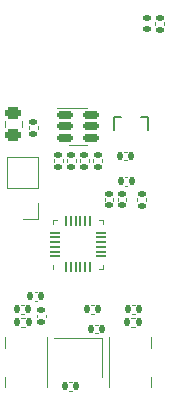
<source format=gto>
G04 #@! TF.GenerationSoftware,KiCad,Pcbnew,(6.99.0-1912-g359c99991b)*
G04 #@! TF.CreationDate,2023-05-12T11:08:48+07:00*
G04 #@! TF.ProjectId,artemisia,61727465-6d69-4736-9961-2e6b69636164,1*
G04 #@! TF.SameCoordinates,Original*
G04 #@! TF.FileFunction,Legend,Top*
G04 #@! TF.FilePolarity,Positive*
%FSLAX46Y46*%
G04 Gerber Fmt 4.6, Leading zero omitted, Abs format (unit mm)*
G04 Created by KiCad (PCBNEW (6.99.0-1912-g359c99991b)) date 2023-05-12 11:08:48*
%MOMM*%
%LPD*%
G01*
G04 APERTURE LIST*
G04 Aperture macros list*
%AMRoundRect*
0 Rectangle with rounded corners*
0 $1 Rounding radius*
0 $2 $3 $4 $5 $6 $7 $8 $9 X,Y pos of 4 corners*
0 Add a 4 corners polygon primitive as box body*
4,1,4,$2,$3,$4,$5,$6,$7,$8,$9,$2,$3,0*
0 Add four circle primitives for the rounded corners*
1,1,$1+$1,$2,$3*
1,1,$1+$1,$4,$5*
1,1,$1+$1,$6,$7*
1,1,$1+$1,$8,$9*
0 Add four rect primitives between the rounded corners*
20,1,$1+$1,$2,$3,$4,$5,0*
20,1,$1+$1,$4,$5,$6,$7,0*
20,1,$1+$1,$6,$7,$8,$9,0*
20,1,$1+$1,$8,$9,$2,$3,0*%
%AMFreePoly0*
4,1,14,0.314644,0.085355,0.385355,0.014644,0.400000,-0.020711,0.400000,-0.050000,0.385355,-0.085355,0.350000,-0.100000,-0.350000,-0.100000,-0.385355,-0.085355,-0.400000,-0.050000,-0.400000,0.050000,-0.385355,0.085355,-0.350000,0.100000,0.279289,0.100000,0.314644,0.085355,0.314644,0.085355,$1*%
%AMFreePoly1*
4,1,15,0.385355,0.085355,0.400000,0.050000,0.400000,0.020711,0.397487,0.014645,0.385355,-0.014645,0.314644,-0.085355,0.279289,-0.100000,-0.350000,-0.100000,-0.385355,-0.085355,-0.400000,-0.050000,-0.400000,0.050000,-0.385355,0.085355,-0.350000,0.100000,0.350000,0.100000,0.385355,0.085355,0.385355,0.085355,$1*%
%AMFreePoly2*
4,1,15,0.085355,0.385355,0.100000,0.350000,0.100000,-0.350000,0.085355,-0.385355,0.050000,-0.400000,-0.050000,-0.400000,-0.085355,-0.385355,-0.100000,-0.350000,-0.100000,0.279289,-0.085355,0.314644,-0.014645,0.385355,-0.004289,0.389644,0.020711,0.400000,0.050000,0.400000,0.085355,0.385355,0.085355,0.385355,$1*%
%AMFreePoly3*
4,1,14,0.014644,0.385355,0.085355,0.314644,0.100000,0.279289,0.100000,-0.350000,0.085355,-0.385355,0.050000,-0.400000,-0.050000,-0.400000,-0.085355,-0.385355,-0.100000,-0.350000,-0.100000,0.350000,-0.085355,0.385355,-0.050000,0.400000,-0.020711,0.400000,0.014644,0.385355,0.014644,0.385355,$1*%
%AMFreePoly4*
4,1,14,0.385355,0.085355,0.400000,0.050000,0.400000,-0.050000,0.385355,-0.085355,0.350000,-0.100000,-0.279289,-0.100000,-0.314645,-0.085355,-0.385355,-0.014644,-0.400000,0.020711,-0.400000,0.050000,-0.385355,0.085355,-0.350000,0.100000,0.350000,0.100000,0.385355,0.085355,0.385355,0.085355,$1*%
%AMFreePoly5*
4,1,15,0.385355,0.085355,0.400000,0.050000,0.400000,-0.050000,0.385355,-0.085355,0.350000,-0.100000,-0.350000,-0.100000,-0.385355,-0.085355,-0.400000,-0.050000,-0.400000,-0.020711,-0.385355,0.014644,-0.314645,0.085355,-0.304289,0.089644,-0.279289,0.100000,0.350000,0.100000,0.385355,0.085355,0.385355,0.085355,$1*%
%AMFreePoly6*
4,1,14,0.085355,0.385355,0.100000,0.350000,0.100000,-0.279289,0.085355,-0.314645,0.014644,-0.385355,-0.020711,-0.400000,-0.050000,-0.400000,-0.085355,-0.385355,-0.100000,-0.350000,-0.100000,0.350000,-0.085355,0.385355,-0.050000,0.400000,0.050000,0.400000,0.085355,0.385355,0.085355,0.385355,$1*%
%AMFreePoly7*
4,1,14,0.085355,0.385355,0.100000,0.350000,0.100000,-0.350000,0.085355,-0.385355,0.050000,-0.400000,0.020711,-0.400000,-0.014645,-0.385355,-0.085355,-0.314644,-0.100000,-0.279289,-0.100000,0.350000,-0.085355,0.385355,-0.050000,0.400000,0.050000,0.400000,0.085355,0.385355,0.085355,0.385355,$1*%
G04 Aperture macros list end*
%ADD10C,0.120000*%
%ADD11C,0.150000*%
%ADD12C,0.100000*%
%ADD13FreePoly0,90.000000*%
%ADD14RoundRect,0.050000X0.050000X-0.350000X0.050000X0.350000X-0.050000X0.350000X-0.050000X-0.350000X0*%
%ADD15FreePoly1,90.000000*%
%ADD16FreePoly2,90.000000*%
%ADD17RoundRect,0.050000X0.350000X-0.050000X0.350000X0.050000X-0.350000X0.050000X-0.350000X-0.050000X0*%
%ADD18FreePoly3,90.000000*%
%ADD19FreePoly4,90.000000*%
%ADD20FreePoly5,90.000000*%
%ADD21FreePoly6,90.000000*%
%ADD22FreePoly7,90.000000*%
%ADD23R,2.650000X2.650000*%
%ADD24RoundRect,0.140000X-0.140000X-0.170000X0.140000X-0.170000X0.140000X0.170000X-0.140000X0.170000X0*%
%ADD25RoundRect,0.135000X0.185000X-0.135000X0.185000X0.135000X-0.185000X0.135000X-0.185000X-0.135000X0*%
%ADD26RoundRect,0.150000X-0.512500X-0.150000X0.512500X-0.150000X0.512500X0.150000X-0.512500X0.150000X0*%
%ADD27RoundRect,0.140000X0.140000X0.170000X-0.140000X0.170000X-0.140000X-0.170000X0.140000X-0.170000X0*%
%ADD28RoundRect,0.135000X0.135000X0.185000X-0.135000X0.185000X-0.135000X-0.185000X0.135000X-0.185000X0*%
%ADD29RoundRect,0.140000X0.170000X-0.140000X0.170000X0.140000X-0.170000X0.140000X-0.170000X-0.140000X0*%
%ADD30C,1.500000*%
%ADD31O,2.800000X1.500000*%
%ADD32R,1.700000X1.700000*%
%ADD33O,1.700000X1.700000*%
%ADD34RoundRect,0.135000X-0.135000X-0.185000X0.135000X-0.185000X0.135000X0.185000X-0.135000X0.185000X0*%
%ADD35R,1.700000X0.900000*%
%ADD36R,0.800000X1.000000*%
%ADD37RoundRect,0.243750X0.456250X-0.243750X0.456250X0.243750X-0.456250X0.243750X-0.456250X-0.243750X0*%
%ADD38RoundRect,0.140000X-0.170000X0.140000X-0.170000X-0.140000X0.170000X-0.140000X0.170000X0.140000X0*%
%ADD39R,1.400000X1.200000*%
%ADD40RoundRect,0.135000X-0.185000X0.135000X-0.185000X-0.135000X0.185000X-0.135000X0.185000X0.135000X0*%
%ADD41RoundRect,0.147500X-0.172500X0.147500X-0.172500X-0.147500X0.172500X-0.147500X0.172500X0.147500X0*%
%ADD42C,0.650000*%
%ADD43R,0.600000X1.450000*%
%ADD44R,0.300000X1.450000*%
G04 #@! TA.AperFunction,Profile*
%ADD45C,0.100000*%
G04 #@! TD*
G04 APERTURE END LIST*
D10*
X11000000Y-22110000D02*
X10650000Y-22110000D01*
X6780000Y-21760000D02*
X6780000Y-22110000D01*
X11000000Y-21760000D02*
X11000000Y-22110000D01*
X6780000Y-18240000D02*
X6780000Y-17890000D01*
X11000000Y-18240000D02*
X11000000Y-17890000D01*
X6780000Y-17890000D02*
X7130000Y-17890000D01*
X11000000Y-17890000D02*
X10650000Y-17890000D01*
X8162164Y-31665000D02*
X8377836Y-31665000D01*
X8162164Y-32385000D02*
X8377836Y-32385000D01*
X13920000Y-16353641D02*
X13920000Y-16046359D01*
X14680000Y-16353641D02*
X14680000Y-16046359D01*
X12867164Y-14290000D02*
X13082836Y-14290000D01*
X12867164Y-15010000D02*
X13082836Y-15010000D01*
X8890000Y-8440000D02*
X7090000Y-8440000D01*
X8890000Y-8440000D02*
X9690000Y-8440000D01*
X8890000Y-11560000D02*
X8090000Y-11560000D01*
X8890000Y-11560000D02*
X9690000Y-11560000D01*
X13027836Y-12860000D02*
X12812164Y-12860000D01*
X13027836Y-12140000D02*
X12812164Y-12140000D01*
X4363641Y-26980000D02*
X4056359Y-26980000D01*
X4363641Y-26220000D02*
X4056359Y-26220000D01*
X12250000Y-16307836D02*
X12250000Y-16092164D01*
X12970000Y-16307836D02*
X12970000Y-16092164D01*
X9992164Y-25140000D02*
X10207836Y-25140000D01*
X9992164Y-25860000D02*
X10207836Y-25860000D01*
X4317836Y-25860000D02*
X4102164Y-25860000D01*
X4317836Y-25140000D02*
X4102164Y-25140000D01*
X5530000Y-17830000D02*
X4200000Y-17830000D01*
X5530000Y-16500000D02*
X5530000Y-17830000D01*
X5530000Y-15230000D02*
X5530000Y-12630000D01*
X5530000Y-15230000D02*
X2870000Y-15230000D01*
X5530000Y-12630000D02*
X2870000Y-12630000D01*
X2870000Y-15230000D02*
X2870000Y-12630000D01*
X13416359Y-26220000D02*
X13723641Y-26220000D01*
X13416359Y-26980000D02*
X13723641Y-26980000D01*
X2725000Y-32075000D02*
X2725000Y-31200000D01*
X6275000Y-32075000D02*
X6275000Y-27875000D01*
X2725000Y-28750000D02*
X2725000Y-27875000D01*
D11*
X14850000Y-10300000D02*
X14850000Y-9200000D01*
X11950000Y-9200000D02*
X11950000Y-10300000D01*
X11950000Y-9200000D02*
X12550000Y-9200000D01*
X14250000Y-9200000D02*
X14850000Y-9200000D01*
D10*
X2690000Y-10058578D02*
X2690000Y-9541422D01*
X4110000Y-10058578D02*
X4110000Y-9541422D01*
X15055000Y-27875000D02*
X15055000Y-28750000D01*
X11505000Y-27875000D02*
X11505000Y-32075000D01*
X15055000Y-31200000D02*
X15055000Y-32075000D01*
X4720000Y-10253641D02*
X4720000Y-9946359D01*
X5480000Y-10253641D02*
X5480000Y-9946359D01*
X6160000Y-25942164D02*
X6160000Y-26157836D01*
X5440000Y-25942164D02*
X5440000Y-26157836D01*
X10362164Y-26790000D02*
X10577836Y-26790000D01*
X10362164Y-27510000D02*
X10577836Y-27510000D01*
X11860000Y-16092164D02*
X11860000Y-16307836D01*
X11140000Y-16092164D02*
X11140000Y-16307836D01*
X5212164Y-24040000D02*
X5427836Y-24040000D01*
X5212164Y-24760000D02*
X5427836Y-24760000D01*
X10890000Y-31250000D02*
X10890000Y-27950000D01*
X10890000Y-27950000D02*
X6890000Y-27950000D01*
X7945000Y-13053641D02*
X7945000Y-12746359D01*
X8705000Y-13053641D02*
X8705000Y-12746359D01*
X13677836Y-25860000D02*
X13462164Y-25860000D01*
X13677836Y-25140000D02*
X13462164Y-25140000D01*
X7605000Y-12746359D02*
X7605000Y-13053641D01*
X6845000Y-12746359D02*
X6845000Y-13053641D01*
D12*
X14750000Y-210000D02*
G75*
G03*
X14750000Y-210000I-50000J0D01*
G01*
D10*
X9045000Y-13053641D02*
X9045000Y-12746359D01*
X9805000Y-13053641D02*
X9805000Y-12746359D01*
X10170000Y-13053641D02*
X10170000Y-12746359D01*
X10930000Y-13053641D02*
X10930000Y-12746359D01*
X15420000Y-1453641D02*
X15420000Y-1146359D01*
X16180000Y-1453641D02*
X16180000Y-1146359D01*
%LPC*%
D13*
X7490000Y-21950000D03*
D14*
X7890000Y-21950000D03*
X8290000Y-21950000D03*
X8690000Y-21950000D03*
X9090000Y-21950000D03*
X9490000Y-21950000D03*
X9890000Y-21950000D03*
D15*
X10290000Y-21950000D03*
D16*
X10840000Y-21400000D03*
D17*
X10840000Y-21000000D03*
X10840000Y-20600000D03*
X10840000Y-20200000D03*
X10840000Y-19800000D03*
X10840000Y-19400000D03*
X10840000Y-19000000D03*
D18*
X10840000Y-18600000D03*
D19*
X10290000Y-18050000D03*
D14*
X9890000Y-18050000D03*
X9490000Y-18050000D03*
X9090000Y-18050000D03*
X8690000Y-18050000D03*
X8290000Y-18050000D03*
X7890000Y-18050000D03*
D20*
X7490000Y-18050000D03*
D21*
X6940000Y-18600000D03*
D17*
X6940000Y-19000000D03*
X6940000Y-19400000D03*
X6940000Y-19800000D03*
X6940000Y-20200000D03*
X6940000Y-20600000D03*
X6940000Y-21000000D03*
D22*
X6940000Y-21400000D03*
D23*
X8889999Y-19999999D03*
D24*
X7790000Y-32025000D03*
X8750000Y-32025000D03*
D25*
X14300000Y-16710000D03*
X14300000Y-15690000D03*
D24*
X12495000Y-14650000D03*
X13455000Y-14650000D03*
D26*
X7752500Y-9050000D03*
X7752500Y-10000000D03*
X7752500Y-10950000D03*
X10027500Y-10950000D03*
X10027500Y-10000000D03*
X10027500Y-9050000D03*
D27*
X13400000Y-12500000D03*
X12440000Y-12500000D03*
D28*
X4720000Y-26600000D03*
X3700000Y-26600000D03*
D29*
X12610000Y-16680000D03*
X12610000Y-15720000D03*
D24*
X9620000Y-25500000D03*
X10580000Y-25500000D03*
D27*
X4690000Y-25500000D03*
X3730000Y-25500000D03*
D30*
X17910000Y-31740000D03*
D31*
X17209999Y-31739999D03*
D30*
X17910000Y-29200000D03*
D31*
X17209999Y-29199999D03*
D30*
X17910000Y-26660000D03*
D31*
X17209999Y-26659999D03*
D30*
X17910000Y-24120000D03*
D31*
X17209999Y-24119999D03*
D30*
X17910000Y-21580000D03*
D31*
X17209999Y-21579999D03*
D30*
X17910000Y-19040000D03*
D31*
X17209999Y-19039999D03*
D30*
X17910000Y-16500000D03*
D31*
X17209999Y-16499999D03*
D30*
X17910000Y-13960000D03*
D31*
X17209999Y-13959999D03*
D30*
X17910000Y-11420000D03*
D31*
X17209999Y-11419999D03*
D30*
X17910000Y-8880000D03*
D31*
X17209999Y-8879999D03*
D30*
X17910000Y-6340000D03*
D31*
X17209999Y-6339999D03*
D30*
X17910000Y-3800000D03*
D31*
X17209999Y-3799999D03*
D32*
X4199999Y-16499999D03*
D33*
X4199999Y-13959999D03*
D34*
X13060000Y-26600000D03*
X14080000Y-26600000D03*
D35*
X4499999Y-32024999D03*
X4499999Y-27924999D03*
D36*
X12450000Y-11199999D03*
X14349999Y-11199999D03*
X13399999Y-8799999D03*
D37*
X3400000Y-10737500D03*
X3400000Y-8862500D03*
D35*
X13279999Y-27924999D03*
X13279999Y-32024999D03*
D30*
X-130000Y-3800000D03*
D31*
X569999Y-3799999D03*
D30*
X-130000Y-6340000D03*
D31*
X569999Y-6339999D03*
D30*
X-130000Y-8880000D03*
D31*
X569999Y-8879999D03*
D30*
X-130000Y-11420000D03*
D31*
X569999Y-11419999D03*
D30*
X-130000Y-13960000D03*
D31*
X569999Y-13959999D03*
D30*
X-130000Y-16500000D03*
D31*
X569999Y-16499999D03*
D30*
X-130000Y-19040000D03*
D31*
X569999Y-19039999D03*
D30*
X-130000Y-21580000D03*
D31*
X569999Y-21579999D03*
D30*
X-130000Y-24120000D03*
D31*
X569999Y-24119999D03*
D30*
X-130000Y-26660000D03*
D31*
X569999Y-26659999D03*
D30*
X-130000Y-29200000D03*
D31*
X569999Y-29199999D03*
D30*
X-130000Y-31740000D03*
D31*
X569999Y-31739999D03*
D25*
X5100000Y-10610000D03*
X5100000Y-9590000D03*
D38*
X5800000Y-25570000D03*
X5800000Y-26530000D03*
D24*
X9990000Y-27150000D03*
X10950000Y-27150000D03*
D38*
X11500000Y-15720000D03*
X11500000Y-16680000D03*
D24*
X4840000Y-24400000D03*
X5800000Y-24400000D03*
D39*
X9989999Y-28749999D03*
X7789999Y-28749999D03*
X7789999Y-30449999D03*
X9989999Y-30449999D03*
D25*
X8325000Y-13410000D03*
X8325000Y-12390000D03*
D27*
X14050000Y-25500000D03*
X13090000Y-25500000D03*
D40*
X7225000Y-12390000D03*
X7225000Y-13410000D03*
D41*
X14700000Y-815000D03*
X14700000Y-1785000D03*
D25*
X9425000Y-13410000D03*
X9425000Y-12390000D03*
X10550000Y-13410000D03*
X10550000Y-12390000D03*
X15800000Y-1810000D03*
X15800000Y-790000D03*
D42*
X11780000Y-4980000D03*
X6000000Y-4980000D03*
D43*
X12114999Y-6424999D03*
X11339999Y-6424999D03*
D44*
X10639999Y-6424999D03*
X10139999Y-6424999D03*
X9639999Y-6424999D03*
X9139999Y-6424999D03*
X8639999Y-6424999D03*
X8139999Y-6424999D03*
X7639999Y-6424999D03*
X7139999Y-6424999D03*
D43*
X6439999Y-6424999D03*
X5664999Y-6424999D03*
D45*
X0Y-500000D02*
X0Y-32500000D01*
X17780000Y-500000D02*
G75*
G03*
X17280000Y0I-500000J0D01*
G01*
X0Y-32500000D02*
G75*
G03*
X500000Y-33000000I500000J0D01*
G01*
X500000Y0D02*
G75*
G03*
X0Y-500000I0J-500000D01*
G01*
X17780000Y-500000D02*
X17780000Y-32500000D01*
X500000Y0D02*
X17280000Y0D01*
X500000Y-33000000D02*
X17280000Y-33000000D01*
X17280000Y-33000000D02*
G75*
G03*
X17780000Y-32500000I0J500000D01*
G01*
M02*

</source>
